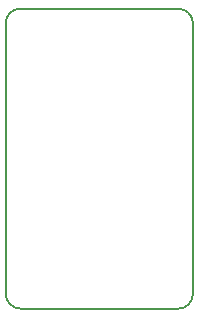
<source format=gko>
G04 DipTrace 3.1.0.1*
G04 BOARD.gko*
%MOIN*%
G04 #@! TF.FileFunction,Profile*
G04 #@! TF.Part,Single*
%ADD11C,0.005512*%
%FSLAX26Y26*%
G04*
G70*
G90*
G75*
G01*
G04 BoardOutline*
%LPD*%
X444000Y394000D2*
D11*
X969000D1*
G03X1019000Y444000I1J49999D01*
G01*
Y1344000D1*
G03X969000Y1394000I-49999J1D01*
G01*
X444000D1*
G03X394000Y1344000I-1J-49999D01*
G01*
Y444000D1*
G03X444000Y394000I49999J-1D01*
G01*
M02*

</source>
